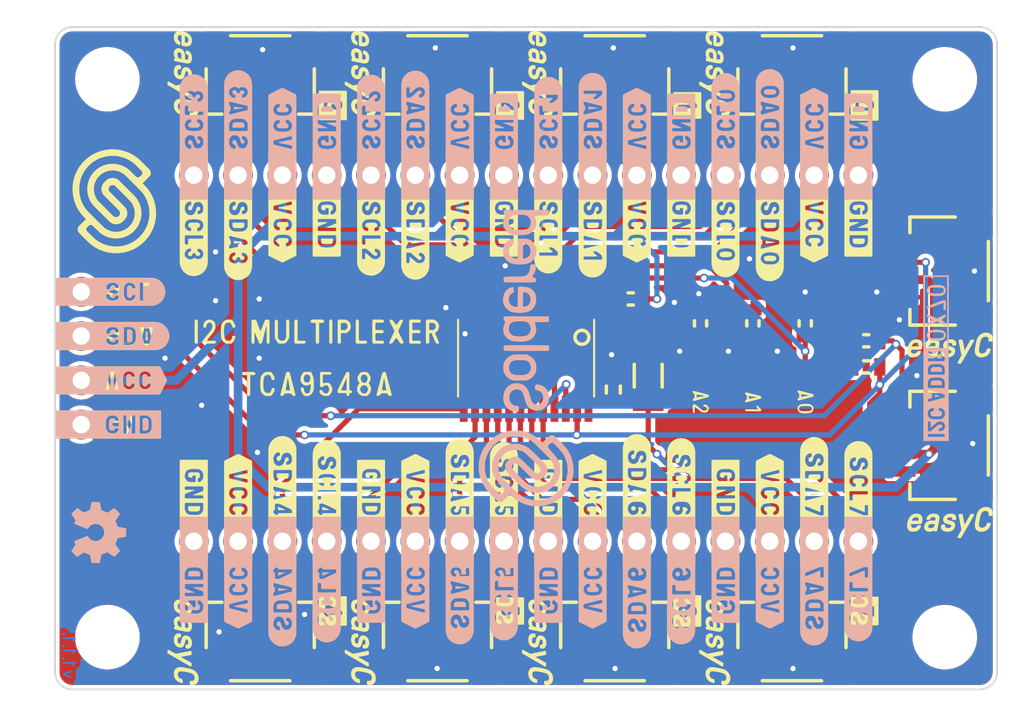
<source format=kicad_pcb>
(kicad_pcb (version 20211014) (generator pcbnew)
  (title_block (title "I2C multiplexer TCA9548A") (date "2021-09-09") (rev "V1.1.1.") (company "SOLDERED") (comment 1 "333077"))
  (layers (0 "F.Cu" signal) (31 "B.Cu" signal) (34 "B.Paste" user) (35 "F.Paste" user) (36 "B.SilkS" user "B.Silkscreen") (37 "F.SilkS" user "F.Silkscreen") (38 "B.Mask" user) (39 "F.Mask" user) (44 "Edge.Cuts" user))
  (net 0 "")
  (net 1 "GND")
  (net 2 "VCC")
  (net 3 "A0")
  (net 4 "A1")
  (net 5 "A2")
  (net 6 "SCL")
  (net 7 "SDA")
  (net 8 "SDA4")
  (net 9 "SCL4")
  (net 10 "SDA0")
  (net 11 "SCL0")
  (net 12 "SDA1")
  (net 13 "SCL1")
  (net 14 "SDA5")
  (net 15 "SCL5")
  (net 16 "SDA2")
  (net 17 "SCL2")
  (net 18 "SDA6")
  (net 19 "SCL6")
  (net 20 "SDA3")
  (net 21 "SCL3")
  (net 22 "SDA7")
  (net 23 "SCL7")
  (net 24 "Net-(R4-Pad2)")
  (footprint "buzzardLabel" (layer "F.Cu") (at 126.375 125.775 -90)
    (fp_text reference "")
    (fp_text value "")
  )
  (footprint "buzzardLabel" (layer "F.Cu") (at 130.025 115.975 -90)
    (fp_text reference "")
    (fp_text value "")
  )
  (footprint "e-radionica.com footprinti:easyC-connector" (layer "F.Cu") (at 104.785 97.775)
    (fp_text reference "K18")
    (fp_text value "easyC-SMD")
  )
  (footprint "buzzardLabel" (layer "F.Cu") (at 116.215 125.775 -90)
    (fp_text reference "")
    (fp_text value "")
  )
  (footprint "buzzardLabel" (layer "F.Cu") (at 136.535 101.175 -90)
    (fp_text reference "")
    (fp_text value "")
  )
  (footprint "buzzardLabel" (layer "F.Cu") (at 92.625 109.665)
    (fp_text reference "")
    (fp_text value "")
  )
  (footprint "buzzardLabel" (layer "F.Cu") (at 111.135 101.175 -90)
    (fp_text reference "")
    (fp_text value "")
  )
  (footprint "buzzardLabel" (layer "F.Cu") (at 118.755 101.175 -90)
    (fp_text reference "")
    (fp_text value "")
  )
  (footprint "e-radionica.com footprinti:FIDUCIAL_23" (layer "F.Cu") (at 104.725 129.975 -90)
    (fp_text reference "FD1")
    (fp_text value "FIDUCIAL")
  )
  (footprint "buzzardLabel" (layer "F.Cu") (at 92.625 117.285)
    (fp_text reference "")
    (fp_text value "")
  )
  (footprint "buzzardLabel" (layer "F.Cu") (at 100.975 125.775 -90)
    (fp_text reference "")
    (fp_text value "")
  )
  (footprint "e-radionica.com footprinti:0603R" (layer "F.Cu") (at 136.025 111.475 -90)
    (fp_text reference "R1")
    (fp_text value "10k")
  )
  (footprint "buzzardLabel" (layer "F.Cu") (at 106.055 101.175 -90)
    (fp_text reference "")
    (fp_text value "")
  )
  (footprint "Soldered Graphics:Logo-Front-easyC-5mm" (layer "F.Cu") (at 110.545 97.175 -90)
    (fp_text reference "G***" hide)
    (fp_text value "LOGO" hide)
  )
  (footprint "buzzardLabel" (layer "F.Cu") (at 131.455 125.775 -90)
    (fp_text reference "")
    (fp_text value "")
  )
  (footprint "buzzardLabel" (layer "F.Cu") (at 116.215 101.175 -90)
    (fp_text reference "")
    (fp_text value "")
  )
  (footprint "e-radionica.com footprinti:easyC-connector" (layer "F.Cu") (at 114.945 97.775)
    (fp_text reference "K14")
    (fp_text value "easyC-SMD")
  )
  (footprint "buzzardLabel" (layer "F.Cu") (at 126.375 101.175 -90)
    (fp_text reference "")
    (fp_text value "")
  )
  (footprint "e-radionica.com footprinti:easyC-connector" (layer "F.Cu") (at 143.725 118.475 -90)
    (fp_text reference "K2")
    (fp_text value "easyC-SMD")
  )
  (footprint "buzzardLabel" (layer "F.Cu") (at 119.105 98.975 -90)
    (fp_text reference "")
    (fp_text value "")
  )
  (footprint "buzzardLabel" (layer "F.Cu") (at 123.835 125.775 -90)
    (fp_text reference "")
    (fp_text value "")
  )
  (footprint "e-radionica.com footprinti:easyC-connector" (layer "F.Cu") (at 125.105 97.775)
    (fp_text reference "K10")
    (fp_text value "easyC-SMD")
  )
  (footprint "e-radionica.com footprinti:SMD_JUMPER" (layer "F.Cu") (at 136.025 114.475 -90)
    (fp_text reference "JP1")
    (fp_text value "SMD_JUMPER")
  )
  (footprint "buzzardLabel" (layer "F.Cu") (at 100.975 101.175 -90)
    (fp_text reference "")
    (fp_text value "")
  )
  (footprint "buzzardLabel" (layer "F.Cu") (at 139.425 98.975 -90)
    (fp_text reference "")
    (fp_text value "")
  )
  (footprint "e-radionica.com footprinti:0603R" (layer "F.Cu") (at 139.525 113.975 180)
    (fp_text reference "R6")
    (fp_text value "10k")
  )
  (footprint "buzzardLabel" (layer "F.Cu") (at 136.025 115.975 -90)
    (fp_text reference "")
    (fp_text value "")
  )
  (footprint "buzzardLabel" (layer "F.Cu") (at 119.105 127.975 -90)
    (fp_text reference "")
    (fp_text value "")
  )
  (footprint "buzzardLabel" (layer "F.Cu") (at 108.595 101.175 -90)
    (fp_text reference "")
    (fp_text value "")
  )
  (footprint "e-radionica.com footprinti:TSSOP-24" (layer "F.Cu") (at 120.025 113.475 -90)
    (fp_text reference "U1")
    (fp_text value "TCA9548APWR")
  )
  (footprint "e-radionica.com footprinti:easyC-connector" (layer "F.Cu") (at 125.105 129.175 180)
    (fp_text reference "K15")
    (fp_text value "easyC-SMD")
  )
  (footprint "buzzardLabel" (layer "F.Cu") (at 108.945 98.975 -90)
    (fp_text reference "")
    (fp_text value "")
  )
  (footprint "buzzardLabel" (layer "F.Cu") (at 121.295 125.775 -90)
    (fp_text reference "")
    (fp_text value "")
  )
  (footprint "buzzardLabel" (layer "F.Cu") (at 106.055 125.775 -90)
    (fp_text reference "")
    (fp_text value "")
  )
  (footprint "e-radionica.com footprinti:0603R" (layer "F.Cu") (at 130.025 111.475 -90)
    (fp_text reference "R3")
    (fp_text value "10k")
  )
  (footprint "buzzardLabel" (layer "F.Cu") (at 131.455 101.175 -90)
    (fp_text reference "")
    (fp_text value "")
  )
  (footprint "e-radionica.com footprinti:HOLE_3.2mm" (layer "F.Cu") (at 144.025 97.475 -90)
    (fp_text reference "H2" hide)
    (fp_text value "HOLE_3.2mm" hide)
  )
  (footprint "e-radionica.com footprinti:HOLE_3.2mm" (layer "F.Cu") (at 96.025 97.475 -90)
    (fp_text reference "H1" hide)
    (fp_text value "HOLE_3.2mm" hide)
  )
  (footprint "buzzardLabel" (layer "F.Cu") (at 129.265 127.975 -90)
    (fp_text reference "")
    (fp_text value "")
  )
  (footprint "e-radionica.com footprinti:easyC-connector" (layer "F.Cu") (at 114.945 129.175 180)
    (fp_text reference "K11")
    (fp_text value "easyC-SMD")
  )
  (footprint "e-radionica.com footprinti:SMD_JUMPER" (layer "F.Cu") (at 130.025 114.475 -90)
    (fp_text reference "JP3")
    (fp_text value "SMD_JUMPER")
  )
  (footprint "e-radionica.com footprinti:easyC-connector" (layer "F.Cu") (at 135.265 129.175 180)
    (fp_text reference "K19")
    (fp_text value "easyC-SMD")
  )
  (footprint "Soldered Graphics:Logo-Front-easyC-5mm" (layer "F.Cu") (at 144.325 122.875)
    (fp_text reference "G***" hide)
    (fp_text value "LOGO" hide)
  )
  (footprint "e-radionica.com footprinti:0603R" (layer "F.Cu") (at 133.025 111.475 -90)
    (fp_text reference "R2")
    (fp_text value "10k")
  )
  (footprint "e-radionica.com footprinti:HOLE_3.2mm" (layer "F.Cu") (at 144.025 129.475 -90)
    (fp_text reference "H4" hide)
    (fp_text value "HOLE_3.2mm" hide)
  )
  (footprint "e-radionica.com footprinti:easyC-connector" (layer "F.Cu") (at 104.785 129.175 180)
    (fp_text reference "K6")
    (fp_text value "easyC-SMD")
  )
  (footprint "e-radionica.com footprinti:easyC-connector" (layer "F.Cu") (at 135.265 97.775)
    (fp_text reference "K7")
    (fp_text value "easyC-SMD")
  )
  (footprint "buzzardLabel" (layer "F.Cu") (at 133.995 125.775 -90)
    (fp_text reference "")
    (fp_text value "")
  )
  (footprint "buzzardLabel" (layer "F.Cu") (at 103.515 125.775 -90)
    (fp_text reference "")
    (fp_text value "")
  )
  (footprint "buzzardLabel" (layer "F.Cu") (at 133.025 115.975 -90)
    (fp_text reference "")
    (fp_text value "")
  )
  (footprint "buzzardLabel" (layer "F.Cu") (at 113.675 101.175 -90)
    (fp_text reference "")
    (fp_text value "")
  )
  (footprint "buzzardLabel" (layer "F.Cu") (at 139.425 127.975 -90)
    (fp_text reference "")
    (fp_text value "")
  )
  (footprint "Soldered Graphics:Logo-Front-easyC-5mm" (layer "F.Cu") (at 110.545 129.775 -90)
    (fp_text reference "G***" hide)
    (fp_text value "LOGO" hide)
  )
  (footprint "Soldered Graphics:Logo-Front-easyC-5mm" (layer "F.Cu") (at 120.705 97.175 -90)
    (fp_text reference "G***" hide)
    (fp_text value "LOGO" hide)
  )
  (footprint "buzzardLabel" (layer "F.Cu") (at 103.515 101.175 -90)
    (fp_text reference "")
    (fp_text value "")
  )
  (footprint "buzzardLabel" (layer "F.Cu") (at 136.535 125.775 -90)
    (fp_text reference "")
    (fp_text value "")
  )
  (footprint "buzzardLabel" (layer "F.Cu") (at 139.075 125.775 -90)
    (fp_text reference "")
    (fp_text value "")
  )
  (footprint "e-radionica.com footprinti:HOLE_3.2mm" (layer "F.Cu") (at 96.025 129.475 -90)
    (fp_text reference "H3" hide)
    (fp_text value "HOLE_3.2mm" hide)
  )
  (footprint "buzzardLabel" (layer "F.Cu") (at 123.835 101.175 -90)
    (fp_text reference "")
    (fp_text value "")
  )
  (footprint "buzzardLabel" (layer "F.Cu") (at 139.075 101.175 -90)
    (fp_text reference "")
    (fp_text value "")
  )
  (footprint "e-radionica.com footprinti:SMD_JUMPER" (layer "F.Cu") (at 133.025 114.475 -90)
    (fp_text reference "JP2")
    (fp_text value "SMD_JUMPER")
  )
  (footprint "Soldered Graphics:Logo-Front-easyC-5mm" (layer "F.Cu") (at 130.865 97.175 -90)
    (fp_text reference "G***" hide)
    (fp_text value "LOGO" hide)
  )
  (footprint "buzzardLabel" (layer "F.Cu") (at 111.135 125.775 -90)
    (fp_text reference "")
    (fp_text value "")
  )
  (footprint "buzzardLabel" (layer "F.Cu") (at 108.595 125.775 -90)
    (fp_text reference "")
    (fp_text value "")
  )
  (footprint "buzzardLabel" (layer "F.Cu") (at 133.995 101.175 -90)
    (fp_text reference "")
    (fp_text value "")
  )
  (footprint "buzzardLabel" (layer "F.Cu") (at 128.915 101.175 -90)
    (fp_text reference "")
    (fp_text value "")
  )
  (footprint "Soldered Graphics:Logo-Front-easyC-5mm" (layer "F.Cu") (at 120.705 129.775 -90)
    (fp_text reference "G***" hide)
    (fp_text value "LOGO" hide)
  )
  (footprint "Soldered Graphics:Logo-Front-easyC-5mm" (layer "F.Cu") (at 100.385 97.175 -90)
    (fp_text reference "G***" hide)
    (fp_text value "LOGO" hide)
  )
  (footprint "e-radionica.com footprinti:0603C" (layer "F.Cu") (at 125.025 115.275 -90)
    (fp_text reference "C1")
    (fp_text value "100n")
  )
  (footprint "buzzardLabel" (layer "F.Cu") (at 128.915 125.775 -90)
    (fp_text reference "")
    (fp_text value "")
  )
  (footprint "Soldered Graphics:Logo-Back-OSH-3.5mm" (layer "F.Cu") (at 95.525 123.475 -90)
    (fp_text reference "G***" hide)
    (fp_text value "LOGO" hide)
  )
  (footprint "e-radionica.com footprinti:easyC-connector" (layer "F.Cu") (at 143.725 108.475 -90)
    (fp_text reference "K1")
    (fp_text value "easyC-SMD")
  )
  (footprint "buzzardLabel" (layer "F.Cu") (at 113.675 125.775 -90)
    (fp_text reference "")
    (fp_text value "")
  )
  (footprint "buzzardLabel" (layer "F.Cu") (at 108.025 114.975)
    (fp_text reference "")
    (fp_text value "")
  )
  (footprint "buzzardLabel" (layer "F.Cu") (at 108.945 127.975 -90)
    (fp_text reference "")
    (fp_text value "")
  )
  (footprint "buzzardLabel" (layer "F.Cu") (at 92.625 112.205)
    (fp_text reference "")
    (fp_text value "")
  )
  (footprint "buzzardLabel" (layer "F.Cu") (at 92.625 114.745)
    (fp_text reference "")
    (fp_text value "")
  )
  (footprint "Soldered Graphics:Logo-Back-SolderedFULL-17mm" (layer "F.Cu") (at 120.025 113.475 -90)
    (fp_text reference "REF**" hide)
    (fp_text value "Logo-Front-SolderedFULL-17mm" hide)
  )
  (footprint "Soldered Graphics:Logo-Front-easyC-5mm" (layer "F.Cu") (at 144.325 112.875)
    (fp_text reference "G***" hide)
    (fp_text value "LOGO" hide)
  )
  (footprint "e-radionica.com footprinti:1206C" (layer "F.Cu") (at 127.025 114.475 90)
    (fp_text reference "C2")
    (fp_text value "10u")
  )
  (footprint "e-radionica.com footprinti:0603R" (layer "F.Cu") (at 126.025 110.075 180)
    (fp_text reference "R4")
    (fp_text value "10k")
  )
  (footprint "buzzardLabel" (layer "F.Cu") (at 118.755 125.775 -90)
    (fp_text reference "")
    (fp_text value "")
  )
  (footprint "buzzardLabel" (layer "F.Cu") (at 108.025 111.975)
    (fp_text reference "")
    (fp_text value "")
  )
  (footprint "e-radionica.com footprinti:0603R" (layer "F.Cu") (at 139.525 112.475 180)
    (fp_text reference "R5")
    (fp_text value "10k")
  )
  (footprint "Soldered Graphics:Logo-Front-easyC-5mm" (layer "F.Cu") (at 100.385 129.775 -90)
    (fp_text reference "G***" hide)
    (fp_text value "LOGO" hide)
  )
  (footprint "Soldered Graphics:Logo-Front-easyC-5mm" (layer "F.Cu") (at 130.865 129.775 -90)
    (fp_text reference "G***" hide)
    (fp_text value "LOGO" hide)
  )
  (footprint "buzzardLabel" (layer "F.Cu") (at 129.265 98.975 -90)
    (fp_text reference "")
    (fp_text value "")
  )
  (footprint "Soldered Graphics:Logo-Front-Soldered-6mm" (layer "F.Cu") (at 96.425 104.475)
    (fp_text reference "G***" hide)
    (fp_text value "LOGO" hide)
  )
  (footprint "buzzardLabel" (layer "F.Cu") (at 121.295 101.175 -90)
    (fp_text reference "")
    (fp_text value "")
  )
  (footprint "buzzardLabel" (layer "B.Cu") (at 92.6125 117.275)
    (fp_text reference "")
    (fp_text value "")
  )
  (footprint "buzzardLabel" (layer "B.Cu") (at 92.625 109.665)
    (fp_text reference "")
    (fp_text value "")
  )
  (footprint "buzzardLabel" (layer "B.Cu") (at 106.055 122.175 90)
    (fp_text reference "")
    (fp_text value "")
  )
  (footprint "buzzardLabel" (layer "B.Cu") (at 139.075 122.175 90)
    (fp_text reference "")
    (fp_text value "")
  )
  (footprint "buzzardLabel" (layer "B.Cu") (at 133.995 122.175 90)
    (fp_text reference "")
    (fp_text value "")
  )
  (footprint "buzzardLabel" (layer "B.Cu") (at 111.135 122.175 90)
    (fp_text reference "")
    (fp_text value "")
  )
  (footprint "buzzardLabel" (layer "B.Cu") (at 92.625 114.745)
    (fp_text reference "")
    (fp_text value "")
  )
  (footprint "buzzardLabel" (layer "B.Cu") (at 136.535 122.175 90)
    (fp_text reference "")
    (fp_text value "")
  )
  (footprint "buzzardLabel" (layer "B.Cu") (at 103.515 104.775 90)
    (fp_text reference "")
    (fp_text value "")
  )
  (footprint "buzzardLabel" (layer "B.Cu") (at 131.455 122.175 90)
    (fp_text reference "")
    (fp_text value "")
  )
  (footprint "e-radionica.com footprinti:HEADER_MALE_4X1" (layer "B.Cu") (at 114.945 102.975 180)
    (fp_text reference "K12")
    (fp_text value "HEADER_MALE_4X1")
  )
  (footprint "buzzardLabel" (layer "B.Cu") (at 128.915 104.775 90)
    (fp_text reference "")
    (fp_text value "")
  )
  (footprint "e-radionica.com footprinti:HEADER_MALE_4X1" (layer "B.Cu") (at 104.785 123.975)
    (fp_text reference "K4")
    (fp_text value "HEADER_MALE_4X1")
  )
  (footprint "buzzardLabel" (layer "B.Cu") (at 108.595 122.175 90)
    (fp_text reference "")
    (fp_text value "")
  )
  (footprint "buzzardLabel" (layer "B.Cu") (at 126.375 122.175 90)
    (fp_text reference "")
    (fp_text value "")
  )
  (footprint "buzzardLabel" (layer "B.Cu") (at 139.075 104.775 90)
    (fp_text reference "")
    (fp_text value "")
  )
  (footprint "buzzardLabel" (layer "B.Cu") (at 126.375 104.775 90)
    (fp_text reference "")
    (fp_text value "")
  )
  (footprint "e-radionica.com footprinti:HEADER_MALE_4X1" (layer "B.Cu") (at 135.265 123.975)
    (fp_text reference "K17")
    (fp_text value "HEADER_MALE_4X1")
  )
  (footprint "buzzardLabel" (layer "B.Cu") (at 103.515 122.175 90)
    (fp_text reference "")
    (fp_text value "")
  )
  (footprint "buzzardLabel" (layer "B.Cu") (at 121.295 122.175 90)
    (fp_text reference "")
    (fp_text value "")
  )
  (footprint "buzzardLabel" (layer "B.Cu") (at 92.625 112.205)
    (fp_text reference "")
    (fp_text value "")
  )
  (footprint "buzzardLabel" (layer "B.Cu") (at 131.455 104.775 90)
    (fp_text reference "")
    (fp_text value "")
  )
  (footprint "buzzardLabel" (layer "B.Cu") (at 113.675 104.775 90)
    (fp_text reference "")
    (fp_text value "")
  )
  (footprint "e-radionica.com footprinti:HEADER_MALE_4X1" (layer "B.Cu") (at 135.265 102.975 180)
    (fp_text reference "K5")
    (fp_text value "HEADER_MALE_4X1")
  )
  (footprint "buzzardLabel" (layer "B.Cu") (at 116.215 122.175 90)
    (fp_text reference "")
    (fp_text value "")
  )
  (footprint "buzzardLabel" (layer "B.Cu") (at 121.295 104.775 90)
    (fp_text reference "")
    (fp_text value "")
  )
  (footprint "e-radionica.com footprinti:HEADER_MALE_4X1" (layer "B.Cu") (at 125.105 123.975)
    (fp_text reference "K13")
    (fp_text value "HEADER_MALE_4X1")
  )
  (footprint "Soldered Graphics:Symbol-Front-I2C-ADDR-Field" (layer "B.Cu") (at 143.525 113.475 90)
    (fp_text reference "REF**" hide)
    (fp_text value "Symbol-Front-I2C-ADDR-Field" hide)
  )
  (footprint "buzzardLabel" (layer "B.Cu") (at 133.995 104.775 90)
    (fp_text reference "")
    (fp_text value "")
  )
  (footprint "buzzardLabel" (layer "B.Cu") (at 136.535 104.775 90)
    (fp_text reference "")
    (fp_text value "")
  )
  (footprint "buzzardLabel" (layer "B.Cu") (at 100.975 104.775 90)
    (fp_text reference "")
    (fp_text value "")
  )
  (footprint "buzzardLabel" (layer "B.Cu") (at 118.755 104.775 90)
    (fp_text reference "")
    (fp_text value "")
  )
  (footprint "buzzardLabel" (layer "B.Cu") (at 128.915 122.175 90)
    (fp_text reference "")
    (fp_text value "")
  )
  (footprint "buzzardLabel" (layer "B.Cu") (at 116.215 104.775 90)
    (fp_text reference "")
    (fp_text value "")
  )
  (footprint "buzzardLabel" (layer "B.Cu") (at 108.595 104.775 90)
    (fp_text reference "")
    (fp_text value "")
  )
  (footprint "e-radionica.com footprinti:HEADER_MALE_4X1" (layer "B.Cu") (at 94.525 113.475 90)
    (fp_text reference "K3")
    (fp_text value "HEADER_MALE_4X1")
  )
  (footprint "Soldered Graphics:Version1.1.1." (layer "B.Cu") (at 93.825 130.475 90)
    (fp_text reference "REF**" hide)
    (fp_text value "Version1.1.1." hide)
  )
  (footprint "e-radionica.com footprinti:HEADER_MALE_4X1" (layer "B.Cu") (at 104.785 102.975 180)
    (fp_text reference "K16")
    (fp_text value "HEADER_MALE_4X1")
  )
  (footprint "buzzardLabel" (layer "B.Cu") (at 113.675 122.175 90)
    (fp_text reference "")
    (fp_text value "")
  )
  (footprint "e-radionica.com footprinti:HEADER_MALE_4X1" (layer "B.Cu") (at 125.105 102.975 180)
    (fp_text reference "K8")
    (fp_text value "HEADER_MALE_4X1")
  )
  (footprint "buzzardLabel" (layer "B.Cu") (at 123.835 122.175 90)
    (fp_text reference "")
    (fp_text value "")
  )
  (footprint "e-radionica.com footprinti:HEADER_MALE_4X1" (layer "B.Cu") (at 114.945 123.975)
    (fp_text reference "K9")
    (fp_text value "HEADER_MALE_4X1")
  )
  (footprint "buzzardLabel" (layer "B.Cu") (at 106.055 104.775 90)
    (fp_text reference "")
    (fp_text value "")
  )
  (footprint "buzzardLabel" (layer "B.Cu") (at 123.835 104.775 90)
    (fp_text reference "")
    (fp_text value "")
  )
  (footprint "buzzardLabel" (layer "B.Cu") (at 143.525 110.875 90)
    (fp_text reference "")
    (fp_text value "")
  )
  (footprint "buzzardLabel" (layer "B.Cu") (at 100.975 122.175 90)
    (fp_text reference "")
    (fp_text value "")
  )
  (footprint "buzzardLabel" (layer "B.Cu") (at 111.135 104.775 90)
    (fp_text reference "")
    (fp_text value "")
  )
  (footprint "buzzardLabel" (layer "B.Cu") (at 118.755 122.175 90)
    (fp_text reference "")
    (fp_text value "")
  )
  (gr_arc (start 93.025 95.475) (mid 93.317893 94.767893) (end 94.025 94.475) (layer "Edge.Cuts") (width 0.1))
  (gr_arc (start 146.025 94.475) (mid 146.732107 94.767893) (end 147.025 95.475) (layer "Edge.Cuts") (width 0.1))
  (gr_line (start 146.025 132.475) (end 94.025 132.475) (layer "Edge.Cuts") (width 0.1))
  (gr_arc (start 147.025 131.475) (mid 146.732107 132.182107) (end 146.025 132.475) (layer "Edge.Cuts") (width 0.1))
  (gr_arc (start 94.025 132.475) (mid 93.317893 132.182107) (end 93.025 131.475) (layer "Edge.Cuts") (width 0.1))
  (gr_line (start 93.025 131.475) (end 93.025 95.475) (layer "Edge.Cuts") (width 0.1))
  (gr_line (start 94.025 94.475) (end 146.025 94.475) (layer "Edge.Cuts") (width 0.1))
  (gr_line (start 147.025 95.475) (end 147.025 131.475) (layer "Edge.Cuts") (width 0.1))
  (via (at 134.425 113.075) (size 0.5) (drill 0.3) (layers "F.Cu" "B.Cu") (net 1))
  (via (at 99.325 113.475) (size 0.5) (drill 0.3) (layers "F.Cu" "B.Cu") (net 1))
  (via (at 135.325 95.675) (size 0.5) (drill 0.3) (layers "F.Cu" "B.Cu") (net 1))
  (via (at 128.525 110.275) (size 0.5) (drill 0.3) (layers "F.Cu" "B.Cu") (net 1))
  (via (at 142.425 114.475) (size 0.5) (drill 0.3) (layers "F.Cu" "B.Cu") (net 1))
  (via (at 115.425 110.575) (size 0.5) (drill 0.3) (layers "F.Cu" "B.Cu") (net 1))
  (via (at 136.025 109.675) (size 0.5) (drill 0.3) (layers "F.Cu" "B.Cu") (net 1))
  (via (at 104.625 118.875) (size 0.5) (drill 0.3) (layers "F.Cu" "B.Cu") (net 1))
  (via (at 104.925 95.775) (size 0.5) (drill 0.3) (layers "F.Cu" "B.Cu") (net 1))
  (via (at 118.825 108.175) (size 0.5) (drill 0.3) (layers "F.Cu" "B.Cu") (net 1))
  (via (at 131.625 113.075) (size 0.5) (drill 0.3) (layers "F.Cu" "B.Cu") (net 1))
  (via (at 114.825 95.675) (size 0.5) (drill 0.3) (layers "F.Cu" "B.Cu") (net 1))
  (via (at 101.425 116.175) (size 0.5) (drill 0.3) (layers "F.Cu" "B.Cu") (net 1))
  (via (at 145.625 118.375) (size 0.5) (drill 0.3) (layers "F.Cu" "B.Cu") (net 1))
  (via (at 129.925 109.775) (size 0.5) (drill 0.3) (layers "F.Cu" "B.Cu") (net 1))
  (via (at 125.025 95.675) (size 0.5) (drill 0.3) (layers "F.Cu" "B.Cu") (net 1))
  (via (at 141.425 111.275) (size 0.5) (drill 0.3) (layers "F.Cu" "B.Cu") (net 1))
  (via (at 107.325 128.175) (size 0.5) (drill 0.3) (layers "F.Cu" "B.Cu") (net 1))
  (via (at 102.425 129.175) (size 0.5) (drill 0.3) (layers "F.Cu" "B.Cu") (net 1))
  (via (at 102.225 107.375) (size 0.5) (drill 0.3) (layers "F.Cu" "B.Cu") (net 1))
  (via (at 135.325 131.275) (size 0.5) (drill 0.3) (layers "F.Cu" "B.Cu") (net 1))
  (via (at 132.825 107.775) (size 0.5) (drill 0.3) (layers "F.Cu" "B.Cu") (net 1))
  (via (at 104.725 113.475) (size 0.5) (drill 0.3) (layers "F.Cu" "B.Cu") (net 1))
  (via (at 140.125 109.675) (size 0.5) (drill 0.3) (layers "F.Cu" "B.Cu") (net 1))
  (via (at 128.825 113.075) (size 0.5) (drill 0.3) (layers "F.Cu" "B.Cu") (net 1))
  (via (at 116.525 112.075) (size 0.5) (drill 0.3) (layers "F.Cu" "B.Cu") (net 1))
  (via (at 145.725 108.475) (size 0.5) (drill 0.3) (layers "F.Cu" "B.Cu") (net 1))
  (via (at 102.225 110.175) (size 0.5) (drill 0.3) (layers "F.Cu" "B.Cu") (net 1))
  (via (at 104.725 110.075) (size 0.5) (drill 0.3) (layers "F.Cu" "B.Cu") (net 1))
  (via (at 125.125 131.275) (size 0.5) (drill 0.3) (layers "F.Cu" "B.Cu") (net 1))
  (via (at 124.925 113.275) (size 0.5) (drill 0.3) (layers "F.Cu" "B.Cu") (net 1))
  (via (at 114.925 131.275) (size 0.5) (drill 0.3) (layers "F.Cu" "B.Cu") (net 1))
  (segment (start 125.605 102.205) (end 126.375 102.975) (width 0.3) (layer "F.Cu") (net 2))
  (segment (start 124.605 124.745) (end 123.835 123.975) (width 0.3) (layer "F.Cu") (net 2))
  (segment (start 134.765 127.025) (end 134.765 124.745) (width 0.3) (layer "F.Cu") (net 2))
  (segment (start 136.025 114.825) (end 133.025 114.825) (width 0.3) (layer "F.Cu") (net 2))
  (segment (start 143.425 109.375) (end 143.425 118.675) (width 0.5) (layer "F.Cu") (net 2))
  (segment (start 135.765 101.315) (end 136.535 102.085) (width 0.3) (layer "F.Cu") (net 2))
  (segment (start 123.97 116.005) (end 123.6 116.375) (width 0.3) (layer "F.Cu") (net 2))
  (segment (start 127.025 118.475) (end 127.525 118.975) (width 0.3) (layer "F.Cu") (net 2))
  (segment (start 124.605 127.025) (end 124.605 124.745) (width 0.3) (layer "F.Cu") (net 2))
  (segment (start 105.285 101.235) (end 106.055 102.005) (width 0.3) (layer "F.Cu") (net 2))
  (segment (start 130.025 114.825) (end 129.375 114.825) (width 0.3) (layer "F.Cu") (net 2))
  (segment (start 137.175 114.825) (end 136.025 114.825) (width 0.3) (layer "F.Cu") (net 2))
  (segment (start 115.445 101.195) (end 116.215 101.965) (width 0.3) (layer "F.Cu") (net 2))
  (segment (start 127.025 116) (end 127.025 118.475) (width 0.3) (layer "F.Cu") (net 2))
  (segment (start 105.285 99.925) (end 105.285 101.235) (width 0.3) (layer "F.Cu") (net 2))
  (segment (start 104.285 126.035) (end 103.515 125.265) (width 0.3) (layer "F.Cu") (net 2))
  (segment (start 138.75 113.975) (end 138.75 112.475) (width 0.3) (layer "F.Cu") (net 2))
  (segment (start 125.605 99.925) (end 125.605 102.205) (width 0.3) (layer "F.Cu") (net 2))
  (segment (start 125.025 116.005) (end 123.97 116.005) (width 0.3) (layer "F.Cu") (net 2))
  (segment (start 138.75 113.975) (end 138.025 113.975) (width 0.3) (layer "F.Cu") (net 2))
  (segment (start 143.125 118.975) (end 141.575 118.975) (width 0.5) (layer "F.Cu") (net 2))
  (segment (start 143.425 118.675) (end 143.125 118.975) (width 0.5) (layer "F.Cu") (net 2))
  (segment (start 106.055 102.005) (end 106.055 102.975) (width 0.3) (layer "F.Cu") (net 2))
  (segment (start 143.025 108.975) (end 143.425 109.375) (width 0.5) (layer "F.Cu") (net 2))
  (segment (start 114.445 125.895) (end 113.675 125.125) (width 0.3) (layer "F.Cu") (net 2))
  (segment (start 138.025 113.975) (end 137.175 114.825) (width 0.3) (layer "F.Cu") (net 2))
  (segment (start 114.445 127.025) (end 114.445 125.895) (width 0.3) (layer "F.Cu") (net 2))
  (segment (start 127.025 116) (end 125.03 116) (width 0.3) (layer "F.Cu") (net 2))
  (segment (start 134.765 124.745) (end 133.995 123.975) (width 0.3) (layer "F.Cu") (net 2))
  (segment (start 136.535 102.085) (end 136.535 102.975) (width 0.3) (layer "F.Cu") (net 2))
  (segment (start 113.675 125.125) (end 113.675 123.975) (width 0.3) (layer "F.Cu") (net 2))
  (segment (start 141.575 108.975) (end 143.025 108.975) (width 0.5) (layer "F.Cu") (net 2))
  (segment (start 116.215 101.965) (end 116.215 102.975) (width 0.3) (layer "F.Cu") (net 2))
  (segment (start 125.03 116) (end 125.025 116.005) (width 0.3) (layer "F.Cu") (net 2))
  (segment (start 115.445 99.925) (end 115.445 101.195) (width 0.3) (layer "F.Cu") (net 2))
  (segment (start 128.2 116) (end 127.025 116) (width 0.3) (layer "F.Cu") (net 2))
  (segment (start 104.285 127.025) (end 104.285 126.035) (width 0.3) (layer "F.Cu") (net 2))
  (segment (start 133.025 114.825) (end 130.025 114.825) (width 0.3) (layer "F.Cu") (net 2))
  (segment (start 129.375 114.825) (end 128.2 116) (width 0.3) (layer "F.Cu") (net 2))
  (segment (start 126.8 110.075) (end 127.525 110.075) (width 0.3) (layer "F.Cu") (net 2))
  (segment (start 103.515 125.265) (end 103.515 123.975) (width 0.3) (layer "F.Cu") (net 2))
  (segment (start 135.765 99.925) (end 135.765 101.315) (width 0.3) (layer "F.Cu") (net 2))
  (via (at 127.525 110.075) (size 0.5) (drill 0.3) (layers "F.Cu" "B.Cu") (net 2))
  (via (at 127.525 118.975) (size 0.5) (drill 0.3) (layers "F.Cu" "B.Cu") (net 2))
  (via (at 143.125 118.975) (size 0.5) (drill 0.3) (layers "F.Cu" "B.Cu") (net 2))
  (segment (start 122.625 120.875) (end 129.325 120.875) (width 0.5) (layer "B.Cu") (net 2))
  (segment (start 99.955 114.745) (end 94.525 114.745) (width 0.5) (layer "B.Cu") (net 2))
  (segment (start 103.515 119.165) (end 105.225 120.875) (width 0.5) (layer "B.Cu") (net 2))
  (segment (start 127.525 107.675) (end 126.325 106.475) (width 0.3) (layer "B.Cu") (net 2))
  (segment (start 125.125 106.475) (end 126.375 105.225) (width 0.5) (layer "B.Cu") (net 2))
  (segment (start 135.525 106.475) (end 126.325 106.475) (width 0.5) (layer "B.Cu") (net 2))
  (segment (start 106.055 105.145) (end 104.725 106.475) (width 0.5) (layer "B.Cu") (net 2))
  (segment (start 114.925 106.475) (end 106.925 106.475) (width 0.5) (layer "B.Cu") (net 2))
  (segment (start 106.925 106.475) (end 104.725 106.475) (width 0.5) (layer "B.Cu") (net 2))
  (segment (start 106.055 102.975) (end 106.055 105.145) (width 0.5) (layer "B.Cu") (net 2))
  (segment (start 126.375 105.225) (end 126.375 102.975) (width 0.5) (layer "B.Cu") (net 2))
  (segment (start 103.515 119.165) (end 103.515 107.685) (width 0.5) (layer "B.Cu") (net 2))
  (segment (start 126.325 106.475) (end 125.125 106.475) (width 0.5) (layer "B.Cu") (net 2))
  (segment (start 127.525 118.975) (end 129.325 120.775) (width 0.3) (layer "B.Cu") (net 2))
  (segment (start 122.625 120.875) (end 123.835 122.085) (width 0.5) (layer "B.Cu") (net 2))
  (segment (start 114.925 106.475) (end 116.215 105.185) (width 0.5) (layer "B.Cu") (net 2))
  (segment (start 136.535 105.465) (end 135.525 106.475) (width 0.5) (layer "B.Cu") (net 2))
  (segment (start 125.125 106.475) (end 114.925 106.475) (width 0.5) (layer "B.Cu") (net 2))
  (segment (start 103.525 111.175) (end 99.955 114.745) (width 0.5) (layer "B.Cu") (net 2))
  (segment (start 129.325 120.775) (end 129.325 120.875) (width 0.3) (layer "B.Cu") (net 2))
  (segment (start 130.025 120.875) (end 132.725 120.875) (width 0.5) (layer "B.Cu") (net 2))
  (segment (start 129.325 120.875) (end 130.025 120.875) (width 0.5) (layer "B.Cu") (net 2))
  (segment (start 106.625 120.875) (end 112.925 120.875) (width 0.5) (layer "B.Cu") (net 2))
  (segment (start 133.995 122.145) (end 133.995 123.975) (width 0.5) (layer "B.Cu") (net 2))
  (segment (start 132.725 120.875) (end 141.225 120.875) (width 0.5) (layer "B.Cu") (net 2))
  (segment (start 141.225 120.875) (end 143.125 118.975) (width 0.5) (layer "B.Cu") (net 2))
  (segment (start 136.535 102.975) (end 136.535 105.465) (width 0.5) (layer "B.Cu") (net 2))
  (segment (start 127.525 110.075) (end 127.525 107.675) (width 0.3) (layer "B.Cu") (net 2))
  (segment (start 104.725 106.475) (end 103.525 107.675) (width 0.5) (layer "B.Cu") (net 2))
  (segment (start 132.725 120.875) (end 133.995 122.145) (width 0.5) (layer "B.Cu") (net 2))
  (segment (start 112.925 120.875) (end 122.625 120.875) (width 0.5) (layer "B.Cu") (net 2))
  (segment (start 112.925 120.875) (end 113.675 121.625) (width 0.5) (layer "B.Cu") (net 2))
  (segment (start 103.515 107.685) (end 103.525 107.675) (width 0.5) (layer "B.Cu") (net 2))
  (segment (start 103.515 123.975) (end 103.515 119.165) (width 0.5) (layer "B.Cu") (net 2))
  (segment (start 113.675 121.625) (end 113.675 123.975) (width 0.5) (layer "B.Cu") (net 2))
  (segment (start 103.525 107.675) (end 103.525 111.175) (width 0.5) (layer "B.Cu") (net 2))
  (segment (start 105.225 120.875) (end 106.625 120.875) (width 0.5) (layer "B.Cu") (net 2))
  (segment (start 123.835 122.085) (end 123.835 123.975) (width 0.5) (layer "B.Cu") (net 2))
  (segment (start 116.215 105.185) (end 116.215 102.975) (width 0.5) (layer "B.Cu") (net 2))
  (segment (start 123.6 109.4) (end 124.125 108.875) (width 0.3) (layer "F.Cu") (net 3))
  (segment (start 124.125 108.875) (end 130.225 108.875) (width 0.3) (layer "F.Cu") (net 3))
  (segment (start 123.6 110.575) (end 123.6 109.4) (width 0.3) (layer "F.Cu") (net 3))
  (segment (start 136.025 113.075) (end 136.025 112.25) (width 0.3) (layer "F.Cu") (net 3))
  (segment (start 136.025 114.125) (end 136.025 113.075) (width 0.3) (layer "F.Cu") (net 3))
  (via (at 130.225 108.875) (size 0.5) (drill 0.3) (layers "F.Cu" "B.Cu") (net 3))
  (via (at 136.025 113.075) (size 0.5) (drill 0.3) (layers "F.Cu" "B.Cu") (net 3))
  (segment (start 130.225 108.875) (end 131.825 108.875) (width 0.3) (layer "B.Cu") (net 3))
  (segment (start 131.825 108.875) (end 136.025 113.075) (width 0.3) (layer "B.Cu") (net 3))
  (segment (start 132.2 112.25) (end 133.025 112.25) (width 0.3) (layer "F.Cu") (net 4))
  (segment (start 122.95 110.575) (end 122.925 110.55) (width 0.3) (layer "F.Cu") (net 4))
  (segment (start 122.925 108.675) (end 123.425 108.175) (width 0.3) (layer "F.Cu") (net 4))
  (segment (start 130.525 108.175) (end 131.525 109.175) (width 0.3) (layer "F.Cu") (net 4))
  (segment (start 131.525 111.575) (end 132.2 112.25) (width 0.3) (layer "F.Cu") (net 4))
  (segment (start 133.025 112.25) (end 133.025 114.125) (width 0.3) (layer "F.Cu") (net 4))
  (segment (start 122.925 110.55) (end 122.925 108.675) (width 0.3) (layer "F.Cu") (net 4))
  (segment (start 123.425 108.175) (end 130.525 108.175) (width 0.3) (layer "F.Cu") (net 4))
  (segment (start 131.525 109.175) (end 131.525 111.575) (width 0.3) (layer "F.Cu") (net 4))
  (segment (start 130.025 112.25) (end 130.025 114.125) (width 0.3) (layer "F.Cu") (net 5))
  (segment (start 121.65 116.375) (end 121.65 113.95) (width 0.3) (layer "F.Cu") (net 5))
  (segment (start 128.525 111.375) (end 129.4 112.25) (width 0.3) (layer "F.Cu") (net 5))
  (segment (start 121.65 113.95) (end 123.02548 112.57452) (width 0.3) (layer "F.Cu") (net 5))
  (segment (start 124.231907 112.57452) (end 125.431427 111.375) (width 0.3) (layer "F.Cu") (net 5))
  (segment (start 129.4 112.25) (end 130.025 112.25) (width 0.3) (layer "F.Cu") (net 5))
  (segment (start 123.02548 112.57452) (end 124.231907 112.57452) (width 0.3) (layer "F.Cu") (net 5))
  (segment (start 125.431427 111.375) (end 128.525 111.375) (width 0.3) (layer "F.Cu") (net 5))
  (segment (start 139.225 108.075) (end 140.325 106.975) (width 0.3) (layer "F.Cu") (net 6))
  (segment (start 141.575 113.025) (end 141.575 116.975) (width 0.3) (layer "F.Cu") (net 6))
  (segment (start 141.225 112.675) (end 141.575 113.025) (width 0.3) (layer "F.Cu") (net 6))
  (segment (start 141.225 112.675) (end 141.025 112.475) (width 0.3) (layer "F.Cu") (net 6))
  (segment (start 139.225 110.875) (end 139.225 108.075) (width 0.3) (layer "F.Cu") (net 6))
  (segment (start 98.315 109.665) (end 105.325 116.675) (width 0.3) (layer "F.Cu") (net 6))
  (segment (start 140.3 112.475) (end 140.3 111.95) (width 0.3) (layer "F.Cu") (net 6))
  (segment (start 122.3 115) (end 122.3 116.375) (width 0.3) (layer "F.Cu") (net 6))
  (segment (start 141.025 112.475) (end 140.3 112.475) (width 0.3) (layer "F.Cu") (net 6))
  (segment (start 122.325 114.975) (end 122.3 115) (width 0.3) (layer "F.Cu") (net 6))
  (segment (start 105.325 116.675) (end 105.425 116.775) (width 0.3) (layer "F.Cu") (net 6))
  (segment (start 140.3 111.95) (end 139.225 110.875) (width 0.3) (layer "F.Cu") (net 6))
  (segment (start 105.425 116.775) (end 108.825 116.775) (width 0.3) (layer "F.Cu") (net 6))
  (segment (start 94.525 109.665) (end 98.315 109.665) (width 0.3) (layer "F.Cu") (net 6))
  (segment (start 140.325 106.975) (end 141.575 106.975) (width 0.3) (layer "F.Cu") (net 6))
  (via (at 108.825 116.775) (size 0.5) (drill 0.3) (layers "F.Cu" "B.Cu") (net 6))
  (via (at 141.225 112.675) (size 0.5) (drill 0.3) (layers "F.Cu" "B.Cu") (net 6))
  (via (at 122.325 114.975) (size 0.5) (drill 0.3) (layers "F.Cu" "B.Cu") (net 6))
  (segment (start 141.225 112.675) (end 137.125 116.775) (width 0.3) (layer "B.Cu") (net 6))
  (segment (start 120.525 116.775) (end 108.825 116.775) (width 0.3) (layer "B.Cu") (net 6))
  (segment (start 122.325 114.975) (end 120.525 116.775) (width 0.3) (layer "B.Cu") (net 6))
  (segment (start 137.125 116.775) (end 120.525 116.775) (width 0.3) (layer "B.Cu") (net 6))
  (segment (start 140.225 117.975) (end 141.575 117.975) (width 0.3) (layer "F.Cu") (net 7))
  (segment (start 122.95 117.85) (end 122.925 117.875) (width 0.3) (layer "F.Cu") (net 7))
  (segment (start 99.355 112.205) (end 94.525 112.205) (width 0.3) (layer "F.Cu") (net 7))
  (segment (start 140.3 113.975) (end 140.3 115.5) (width 0.3) (layer "F.Cu") (net 7))
  (segment (start 139.725 117.475) (end 140.225 117.975) (width 0.3) (layer "F.Cu") (net 7))
  (segment (start 107.325 117.875) (end 105.025 117.875) (width 0.3) (layer "F.Cu") (net 7))
  (segment (start 142.925 107.975) (end 141.575 107.975) (width 0.3) (layer "F.Cu") (net 7))
  (segment (start 140.3 115.5) (end 139.725 116.075) (width 0.3) (layer "F.Cu") (net 7))
  (segment (start 122.95 116.375) (end 122.95 117.85) (width 0.3) (layer "F.Cu") (net 7))
  (segment (start 105.025 117.875) (end 99.355 112.205) (width 0.3) (layer "F.Cu") (net 7))
  (segment (start 139.725 116.075) (end 139.725 117.475) (width 0.3) (layer "F.Cu") (net 7))
  (via (at 140.3 115) (size 0.5) (drill 0.3) (layers "F.Cu" "B.Cu") (net 7))
  (via (at 142.925 107.975) (size 0.5) (drill 0.3) (layers "F.Cu" "B.Cu") (net 7))
  (via (at 107.325 117.875) (size 0.5) (drill 0.3) (layers "F.Cu" "B.Cu") (net 7))
  (via (at 122.925 117.875) (size 0.5) (drill 0.3) (layers "F.Cu" "B.Cu") (net 7))
  (segment (start 122.925 117.875) (end 137.425 117.875) (width 0.3) (layer "B.Cu") (net 7))
  (segment (start 140.3 115) (end 142.925 112.375) (width 0.3) (layer "B.Cu") (net 7))
  (segment (start 107.325 117.875) (end 122.925 117.875) (width 0.3) (layer "B.Cu") (net 7))
  (segment (start 142.925 112.375) (end 142.925 107.975) (width 0.3) (layer "B.Cu") (net 7))
  (segment (start 137.425 117.875) (end 140.3 115) (width 0.3) (layer "B.Cu") (net 7))
  (segment (start 105.285 125.415) (end 106.055 124.645) (width 0.3) (layer "F.Cu") (net 8))
  (segment (start 106.055 120.745) (end 110.425 116.375) (width 0.3) (layer "F.Cu") (net 8))
  (segment (start 106.055 123.975) (end 106.055 120.745) (width 0.3) (layer "F.Cu") (net 8))
  (segment (start 105.285 127.025) (end 105.285 125.415) (width 0.3) (layer "F.Cu") (net 8))
  (segment (start 110.425 116.375) (end 116.45 116.375) (width 0.3) (layer "F.Cu") (net 8))
  (segment (start 106.055 124.645) (end 106.055 123.975) (width 0.3) (layer "F.Cu") (net 8))
  (segment (start 117.1 118) (end 117.1 116.375) (width 0.3) (layer "F.Cu") (net 9))
  (segment (start 106.285 127.025) (end 108.595 124.715) (width 0.3) (layer "F.Cu") (net 9))
  (segment (start 115.525 119.575) (end 117.1 118) (width 0.3) (layer "F.Cu") (net 9))
  (segment (start 112.995 119.575) (end 115.525 119.575) (width 0.3) (layer "F.Cu") (net 9))
  (segment (start 108.595 124.715) (end 108.595 123.975) (width 0.3) (layer "F.Cu") (net 9))
  (segment (start 108.595 123.975) (end 112.995 119.575) (width 0.3) (layer "F.Cu") (net 9))
  (segment (start 123.025 107.375) (end 121.65 108.75) (width 0.3) (layer "F.Cu") (net 10))
  (segment (start 130.725 107.375) (end 123.025 107.375) (width 0.3) (layer "F.Cu") (net 10))
  (segment (start 121.65 108.75) (end 121.65 110.575) (width 0.3) (layer "F.Cu") (net 10))
  (segment (start 133.995 104.105) (end 130.725 107.375) (width 0.3) (layer "F.Cu") (net 10))
  (segment (start 133.995 102.975) (end 133.995 104.105) (width 0.3) (layer "F.Cu") (net 10))
  (segment (start 134.765 99.925) (end 134.765 102.205) (width 0.3) (layer "F.Cu") (net 10))
  (segment (start 134.765 102.205) (end 133.995 102.975) (width 0.3) (layer "F.Cu") (net 10))
  (segment (start 121 108.4) (end 121 110.575) (width 0.3) (layer "F.Cu") (net 11))
  (segment (start 131.455 105.245) (end 130.225 106.475) (width 0.3) (layer "F.Cu") (net 11))
  (segment (start 122.925 106.475) (end 121 108.4) (width 0.3) (layer "F.Cu") (net 11))
  (segment (start 133.765 99.925) (end 133.765 99.935) (width 0.3) (layer "F.Cu") (net 11))
  (segment (start 133.765 99.935) (end 131.455 102.245) (width 0.3) (layer "F.Cu") (net 11))
  (segment (start 131.455 102.975) (end 131.455 105.245) (width 0.3) (layer "F.Cu") (net 11))
  (segment (start 130.225 106.475) (end 122.925 106.475) (width 0.3) (layer "F.Cu") (net 11))
  (segment (start 131.455 102.245) (end 131.455 102.975) (width 0.3) (layer "F.Cu") (net 11))
  (segment (start 120.35 107.95) (end 120.35 110.575) (width 0.3) (layer "F.Cu") (net 12))
  (segment (start 124.605 99.925) (end 124.605 101.295) (width 0.3) (layer "F.Cu") (net 12))
  (segment (start 124.605 101.295) (end 123.825 102.075) (width 0.3) (layer "F.Cu") (net 12))
  (segment (start 123.835 104.465) (end 120.35 107.95) (width 0.3) (layer "F.Cu") (net 12))
  (segment (start 123.825 102.075) (end 123.825 102.965) (width 0.3) (layer "F.Cu") (net 12))
  (segment (start 123.825 102.965) (end 123.835 102.975) (width 0.3) (layer "F.Cu") (net 12))
  (segment (start 123.835 102.975) (end 123.835 104.465) (width 0.3) (layer "F.Cu") (net 12))
  (segment (start 119.7 107.4) (end 119.7 110.575) (width 0.3) (layer "F.Cu") (net 13))
  (segment (start 123.605 99.925) (end 123.605 99.995) (width 0.3) (layer "F.Cu") (net 13))
  (segment (start 121.295 102.305) (end 121.295 102.975) (width 0.3) (layer "F.Cu") (net 13))
  (segment (start 121.295 102.975) (end 121.295 105.805) (width 0.3) (layer "F.Cu") (net 13))
  (segment (start 121.295 105.805) (end 119.7 107.4) (width 0.3) (layer "F.Cu") (net 13))
  (segment (start 123.605 99.995) (end 121.295 102.305) (width 0.3) (layer "F.Cu") (net 13))
  (segment (start 116.215 119.885) (end 117.75 118.35) (width 0.3) (layer "F.Cu") (net 14))
  (segment (start 116.215 123.975) (end 116.215 119.885) (width 0.3) (layer "F.Cu") (net 14))
  (segment (start 115.445 125.755) (end 116.215 124.985) (width 0.3) (layer "F.Cu") (net 14))
  (segment (start 116.215 124.985) (end 116.215 123.975) (width 0.3) (layer "F.Cu") (net 14))
  (segment (start 117.75 118.35) (end 117.75 116.375) (width 0.3) (layer "F.Cu") (net 14))
  (segment (start 115.445 127.025) (end 115.445 125.755) (width 0.3) (layer "F.Cu") (net 14))
  (segment (start 118.755 122.405) (end 118.4 122.05) (width 0.3) (layer "F.Cu") (net 15))
  (segment (start 116.445 127.025) (end 116.475 127.025) (width 0.3) (layer "F.Cu") (net 15))
  (segment (start 116.475 127.025) (end 118.755 124.745) (width 0.3) (layer "F.Cu") (net 15))
  (segment (start 118.755 124.745) (end 118.755 123.975) (width 0.3) (layer "F.Cu") (net 15))
  (segment (start 118.755 123.975) (end 118.755 122.405) (width 0.3) (layer "F.Cu") (net 15))
  (segment (start 118.4 122.05) (end 118.4 116.375) (width 0.3) (layer "F.Cu") (net 15))
  (segment (start 113.675 102.975) (end 113.675 104.025) (width 0.3) (layer "F.Cu") (net 16))
  (segment (start 114.445 99.925) (end 114.445 101.255) (width 0.3) (layer "F.Cu") (net 16))
  (segment (start 114.445 101.255) (end 113.675 102.025) (width 0.3) (layer "F.Cu") (net 16))
  (segment (start 113.675 102.025) (end 113.675 102.975) (width 0.3) (layer "F.Cu") (net 16))
  (segment (start 113.675 104.025) (end 119.05 109.4) (width 0.3) (layer "F.Cu") (net 16))
  (segment (start 119.05 109.4) (end 119.05 110.575) (width 0.3) (layer "F.Cu") (net 16))
  (segment (start 113.125 106.975) (end 115.837856 106.975) (width 0.3) (layer "F.Cu") (net 17))
  (segment (start 118.4 109.537144) (end 118.4 110.575) (width 0.3) (layer "F.Cu") (net 17))
  (segment (start 113.445 99.925) (end 113.445 99.955) (width 0.3) (layer "F.Cu") (net 17))
  (segment (start 113.445 99.955) (end 111.135 102.265) (width 0.3) (layer "F.Cu") (net 17))
  (segment (start 111.135 102.265) (end 111.135 102.975) (width 0.3) (layer "F.Cu") (net 17))
  (segment (start 111.135 104.985) (end 113.125 106.975) (width 0.3) (layer "F.Cu") (net 17))
  (segment (start 111.135 102.975) (end 111.135 104.985) (width 0.3) (layer "F.Cu") (net 17))
  (segment (start 115.837856 106.975) (end 118.4 109.537144) (width 0.3) (layer "F.Cu") (net 17))
  (segment (start 119.05 119.7) (end 119.05 116.375) (width 0.3) (layer "F.Cu") (net 18))
  (segment (start 120.925 121.575) (end 119.05 119.7) (width 0.3) (layer "F.Cu") (net 18))
  (segment (start 123.975 121.575) (end 120.925 121.575) (width 0.3) (layer "F.Cu") (net 18))
  (segment (start 125.605 125.895) (end 126.375 125.125) (width 0.3) (layer "F.Cu") (net 18))
  (segment (start 125.605 127.025) (end 125.605 125.895) (width 0.3) (layer "F.Cu") (net 18))
  (segment (start 126.375 125.125) (end 126.375 123.975) (width 0.3) (layer "F.Cu") (net 18))
  (segment (start 126.375 123.975) (end 123.975 121.575) (width 0.3) (layer "F.Cu") (net 18))
  (segment (start 126.605 126.995) (end 128.915 124.685) (width 0.3) (layer "F.Cu") (net 19))
  (segment (start 121.325 120.875) (end 119.7 119.25) (width 0.3) (layer "F.Cu") (net 19))
  (segment (start 128.915 123.975) (end 128.915 122.765) (width 0.3) (layer "F.Cu") (net 19))
  (segment (start 126.605 127.025) (end 126.605 126.995) (width 0.3) (layer "F.Cu") (net 19))
  (segment (start 128.915 124.685) (end 128.915 123.975) (width 0.3) (layer "F.Cu") (net 19))
  (segment (start 127.025 120.875) (end 121.325 120.875) (width 0.3) (layer "F.Cu") (net 19))
  (segment (start 119.7 119.25) (end 119.7 116.375) (width 0.3) (layer "F.Cu") (net 19))
  (segment (start 128.915 122.765) (end 127.025 120.875) (width 0.3) (layer "F.Cu") (net 19))
  (segment (start 117.75 109.593572) (end 117.75 110.575) (width 0.3) (layer "F.Cu") (net 20))
  (segment (start 106.381428 107.675) (end 115.831428 107.675) (width 0.3) (layer "F.Cu") (net 20))
  (segment (start 103.515 102.975) (end 103.515 104.808572) (width 0.3) (layer "F.Cu") (net 20))
  (segment (start 104.285 99.925) (end 104.285 101.415) (width 0.3) (layer "F.Cu") (net 20))
  (segment (start 104.285 101.415) (end 103.515 102.185) (width 0.3) (layer "F.Cu") (net 20))
  (segment (start 103.515 102.185) (end 103.515 102.975) (width 0.3) (layer "F.Cu") (net 20))
  (segment (start 103.515 104.808572) (end 106.381428 107.675) (width 0.3) (layer "F.Cu") (net 20))
  (segment (start 115.831428 107.675) (end 117.75 109.593572) (width 0.3) (layer "F.Cu") (net 20))
  (segment (start 100.975 102.225) (end 100.975 102.975) (width 0.3) (layer "F.Cu") (net 21))
  (segment (start 100.975 103.925) (end 105.425 108.375) (width 0.3) (layer "F.Cu") (net 21))
  (segment (start 115.825 108.375) (end 117.1 109.65) (width 0.3) (layer "F.Cu") (net 21))
  (segment (start 103.285 99.925) (end 103.275 99.925) (width 0.3) (layer "F.Cu") (net 21))
  (segment (start 117.1 109.65) (end 117.1 110.575) (width 0.3) (layer "F.Cu") (net 21))
  (segment (start 100.975 102.975) (end 100.975 103.925) (width 0.3) (layer "F.Cu") (net 21))
  (segment (start 103.275 99.925) (end 100.975 102.225) (width 0.3) (layer "F.Cu") (net 21))
  (segment (start 105.425 108.375) (end 115.825 108.375) (width 0.3) (layer "F.Cu") (net 21))
  (segment (start 136.535 125.165) (end 136.535 123.975) (width 0.3) (layer "F.Cu") (net 22))
  (segment (start 136.535 121.985) (end 134.925 120.375) (width 0.3) (layer "F.Cu") (net 22))
  (segment (start 135.765 127.025) (end 135.765 125.935) (width 0.3) (layer "F.Cu") (net 22))
  (segment (start 134.925 120.375) (end 121.925 120.375) (width 0.3) (layer "F.Cu") (net 22))
  (segment (start 135.765 125.935) (end 136.535 125.165) (width 0.3) (layer "F.Cu") (net 22))
  (segment (start 136.535 123.975) (end 136.535 121.985) (width 0.3) (layer "F.Cu") (net 22))
  (segment (start 120.35 118.8) (end 120.35 116.375) (width 0.3) (layer "F.Cu") (net 22))
  (segment (start 121.925 120.375) (end 120.35 118.8) (width 0.3) (layer "F.Cu") (net 22))
  (segment (start 122.32548 119.87548) (end 121 118.55) (width 0.3) (layer "F.Cu") (net 23))
  (segment (start 139.075 122.625) (end 136.32548 119.87548) (width 0.3) (layer "F.Cu") (net 23))
  (segment (start 136.765 127.025) (end 136.775 127.025) (width 0.3) (layer "F.Cu") (net 23))
  (segment (start 139.075 123.975) (end 139.075 122.625) (width 0.3) (layer "F.Cu") (net 23))
  (segment (start 121 118.55) (end 121 116.375) (width 0.3) (layer "F.Cu") (net 23))
  (segment (start 136.32548 119.87548) (end 122.32548 119.87548) (width 0.3) (layer "F.Cu") (net 23))
  (segment (start 136.775 127.025) (end 139.075 124.725) (width 0.3) (layer "F.Cu") (net 23))
  (segment (start 139.075 124.725) (end 139.075 123.975) (width 0.3) (layer "F.Cu") (net 23))
  (segment (start 122.3 110.575) (end 122.3 111.599022) (width 0.3) (layer "F.Cu") (net 24))
  (segment (start 125.25 110.85) (end 125.25 110.075) (width 0.3) (layer "F.Cu") (net 24))
  (segment (start 124.025 112.075) (end 125.25 110.85) (width 0.3) (layer "F.Cu") (net 24))
  (segment (start 122.3 111.599022) (end 122.775978 112.075) (width 0.3) (layer "F.Cu") (net 24))
  (segment (start 122.775978 112.075) (end 124.025 112.075) (width 0.3) (layer "F.Cu") (net 24))
  (zone (net 1) (net_name "GND") (layers F&B.Cu) (connect_pads (clearance 0.254)) (min_thickness 0.254) (fill yes (thermal_gap 0.254) (thermal_bridge_width 0.254))
    (polygon (pts (xy 93.025 132.475) (xy 93.025 94.475) (xy 147.025 94.475) (xy 147.025 132.475)))
  )
)
</source>
